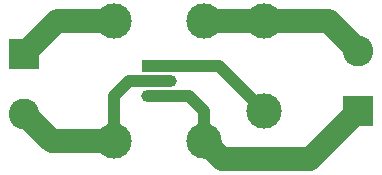
<source format=gbr>
%TF.GenerationSoftware,KiCad,Pcbnew,6.0.11+dfsg-1~bpo11+1*%
%TF.CreationDate,2024-04-09T07:09:35+02:00*%
%TF.ProjectId,water detector2,77617465-7220-4646-9574-6563746f7232,0*%
%TF.SameCoordinates,Original*%
%TF.FileFunction,Copper,L2,Bot*%
%TF.FilePolarity,Positive*%
%FSLAX46Y46*%
G04 Gerber Fmt 4.6, Leading zero omitted, Abs format (unit mm)*
G04 Created by KiCad (PCBNEW 6.0.11+dfsg-1~bpo11+1) date 2024-04-09 07:09:35*
%MOMM*%
%LPD*%
G01*
G04 APERTURE LIST*
%TA.AperFunction,ComponentPad*%
%ADD10C,3.000000*%
%TD*%
%TA.AperFunction,ComponentPad*%
%ADD11R,2.600000X2.600000*%
%TD*%
%TA.AperFunction,ComponentPad*%
%ADD12C,2.600000*%
%TD*%
%TA.AperFunction,ComponentPad*%
%ADD13R,3.000000X1.050000*%
%TD*%
%TA.AperFunction,ComponentPad*%
%ADD14O,3.000000X1.050000*%
%TD*%
%TA.AperFunction,Conductor*%
%ADD15C,1.000000*%
%TD*%
%TA.AperFunction,Conductor*%
%ADD16C,2.000000*%
%TD*%
G04 APERTURE END LIST*
D10*
%TO.P,R3,1*%
%TO.N,Net-(Q1-Pad2)*%
X101600000Y-64770000D03*
%TO.P,R3,2*%
%TO.N,/DO*%
X109220000Y-64770000D03*
%TD*%
D11*
%TO.P,J1,1,Pin_1*%
%TO.N,Net-(R1-Pad2)*%
X93980000Y-57380000D03*
D12*
%TO.P,J1,2,Pin_2*%
%TO.N,Net-(Q1-Pad2)*%
X93980000Y-62460000D03*
%TD*%
D13*
%TO.P,Q1,1,C*%
%TO.N,Net-(Q1-Pad1)*%
X105410000Y-58420000D03*
D14*
%TO.P,Q1,2,B*%
%TO.N,Net-(Q1-Pad2)*%
X105410000Y-59690000D03*
%TO.P,Q1,3,E*%
%TO.N,/DO*%
X105410000Y-60960000D03*
%TD*%
D11*
%TO.P,J2,1,Pin_1*%
%TO.N,/DO*%
X122225000Y-62190000D03*
D12*
%TO.P,J2,2,Pin_2*%
%TO.N,Net-(R1-Pad1)*%
X122225000Y-57110000D03*
%TD*%
D10*
%TO.P,R1,1*%
%TO.N,Net-(R1-Pad1)*%
X109220000Y-54610000D03*
%TO.P,R1,2*%
%TO.N,Net-(R1-Pad2)*%
X101600000Y-54610000D03*
%TD*%
%TO.P,R2,1*%
%TO.N,Net-(R1-Pad1)*%
X114300000Y-54610000D03*
%TO.P,R2,2*%
%TO.N,Net-(Q1-Pad1)*%
X114300000Y-62230000D03*
%TD*%
D15*
%TO.N,/DO*%
X107950000Y-60960000D02*
X109220000Y-62230000D01*
X105410000Y-60960000D02*
X107950000Y-60960000D01*
D16*
X110720000Y-66270000D02*
X118145000Y-66270000D01*
X118145000Y-66270000D02*
X122225000Y-62190000D01*
X109220000Y-64770000D02*
X110720000Y-66270000D01*
D15*
X109220000Y-62230000D02*
X109220000Y-64770000D01*
%TO.N,Net-(Q1-Pad1)*%
X105410000Y-58420000D02*
X110490000Y-58420000D01*
X110490000Y-58420000D02*
X114300000Y-62230000D01*
D16*
%TO.N,Net-(R1-Pad2)*%
X101600000Y-54610000D02*
X96750000Y-54610000D01*
X96750000Y-54610000D02*
X93980000Y-57380000D01*
D15*
%TO.N,Net-(Q1-Pad2)*%
X105410000Y-59690000D02*
X102870000Y-59690000D01*
D16*
X101600000Y-64770000D02*
X96290000Y-64770000D01*
D15*
X101600000Y-60960000D02*
X101600000Y-64770000D01*
X102870000Y-59690000D02*
X101600000Y-60960000D01*
D16*
X96290000Y-64770000D02*
X93980000Y-62460000D01*
%TO.N,Net-(R1-Pad1)*%
X119725000Y-54610000D02*
X122225000Y-57110000D01*
X109220000Y-54610000D02*
X114300000Y-54610000D01*
X114300000Y-54610000D02*
X119725000Y-54610000D01*
%TD*%
M02*

</source>
